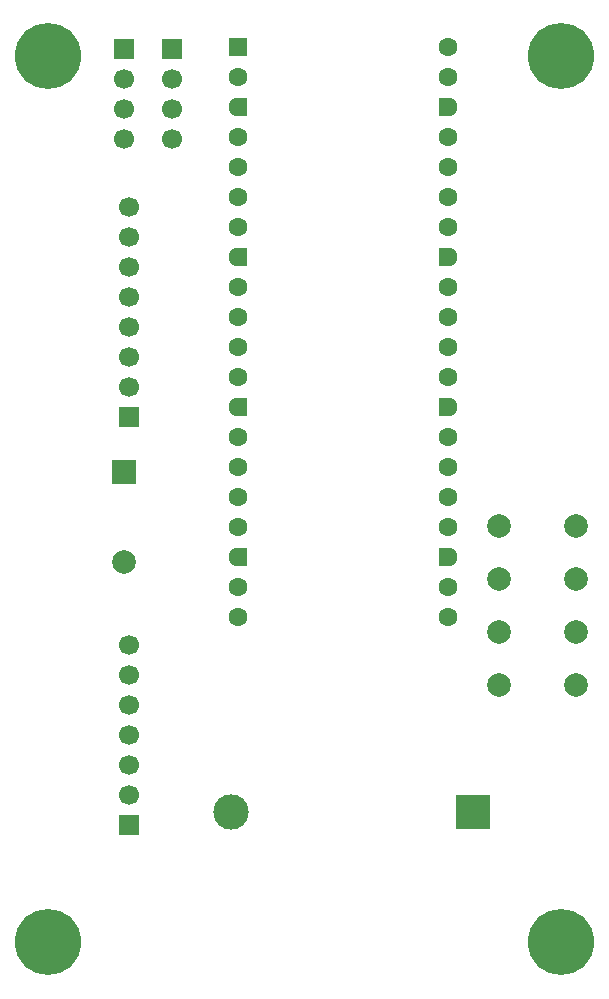
<source format=gbr>
%TF.GenerationSoftware,KiCad,Pcbnew,9.0.1*%
%TF.CreationDate,2025-06-21T17:44:42+02:00*%
%TF.ProjectId,PicoLogger_Small,5069636f-4c6f-4676-9765-725f536d616c,rev?*%
%TF.SameCoordinates,Original*%
%TF.FileFunction,Soldermask,Bot*%
%TF.FilePolarity,Negative*%
%FSLAX46Y46*%
G04 Gerber Fmt 4.6, Leading zero omitted, Abs format (unit mm)*
G04 Created by KiCad (PCBNEW 9.0.1) date 2025-06-21 17:44:42*
%MOMM*%
%LPD*%
G01*
G04 APERTURE LIST*
G04 Aperture macros list*
%AMRoundRect*
0 Rectangle with rounded corners*
0 $1 Rounding radius*
0 $2 $3 $4 $5 $6 $7 $8 $9 X,Y pos of 4 corners*
0 Add a 4 corners polygon primitive as box body*
4,1,4,$2,$3,$4,$5,$6,$7,$8,$9,$2,$3,0*
0 Add four circle primitives for the rounded corners*
1,1,$1+$1,$2,$3*
1,1,$1+$1,$4,$5*
1,1,$1+$1,$6,$7*
1,1,$1+$1,$8,$9*
0 Add four rect primitives between the rounded corners*
20,1,$1+$1,$2,$3,$4,$5,0*
20,1,$1+$1,$4,$5,$6,$7,0*
20,1,$1+$1,$6,$7,$8,$9,0*
20,1,$1+$1,$8,$9,$2,$3,0*%
%AMFreePoly0*
4,1,37,0.603843,0.796157,0.639018,0.796157,0.711114,0.766294,0.766294,0.711114,0.796157,0.639018,0.796157,0.603843,0.800000,0.600000,0.800000,-0.600000,0.796157,-0.603843,0.796157,-0.639018,0.766294,-0.711114,0.711114,-0.766294,0.639018,-0.796157,0.603843,-0.796157,0.600000,-0.800000,0.000000,-0.800000,0.000000,-0.796148,-0.078414,-0.796148,-0.232228,-0.765552,-0.377117,-0.705537,
-0.507515,-0.618408,-0.618408,-0.507515,-0.705537,-0.377117,-0.765552,-0.232228,-0.796148,-0.078414,-0.796148,0.078414,-0.765552,0.232228,-0.705537,0.377117,-0.618408,0.507515,-0.507515,0.618408,-0.377117,0.705537,-0.232228,0.765552,-0.078414,0.796148,0.000000,0.796148,0.000000,0.800000,0.600000,0.800000,0.603843,0.796157,0.603843,0.796157,$1*%
%AMFreePoly1*
4,1,37,0.000000,0.796148,0.078414,0.796148,0.232228,0.765552,0.377117,0.705537,0.507515,0.618408,0.618408,0.507515,0.705537,0.377117,0.765552,0.232228,0.796148,0.078414,0.796148,-0.078414,0.765552,-0.232228,0.705537,-0.377117,0.618408,-0.507515,0.507515,-0.618408,0.377117,-0.705537,0.232228,-0.765552,0.078414,-0.796148,0.000000,-0.796148,0.000000,-0.800000,-0.600000,-0.800000,
-0.603843,-0.796157,-0.639018,-0.796157,-0.711114,-0.766294,-0.766294,-0.711114,-0.796157,-0.639018,-0.796157,-0.603843,-0.800000,-0.600000,-0.800000,0.600000,-0.796157,0.603843,-0.796157,0.639018,-0.766294,0.711114,-0.711114,0.766294,-0.639018,0.796157,-0.603843,0.796157,-0.600000,0.800000,0.000000,0.800000,0.000000,0.796148,0.000000,0.796148,$1*%
G04 Aperture macros list end*
%ADD10R,1.700000X1.700000*%
%ADD11C,1.700000*%
%ADD12C,2.000000*%
%ADD13R,2.000000X2.000000*%
%ADD14C,5.600000*%
%ADD15RoundRect,0.200000X-0.600000X-0.600000X0.600000X-0.600000X0.600000X0.600000X-0.600000X0.600000X0*%
%ADD16C,1.600000*%
%ADD17FreePoly0,0.000000*%
%ADD18FreePoly1,0.000000*%
%ADD19R,3.000000X3.000000*%
%ADD20C,3.000000*%
G04 APERTURE END LIST*
D10*
%TO.C,J4*%
X145385000Y-104080000D03*
D11*
X145385000Y-101540000D03*
X145385000Y-99000000D03*
X145385000Y-96460000D03*
X145385000Y-93920000D03*
X145385000Y-91380000D03*
X145385000Y-88840000D03*
%TD*%
D12*
%TO.C,SW1*%
X176750000Y-78750000D03*
X183250000Y-78750000D03*
X176750000Y-83250000D03*
X183250000Y-83250000D03*
%TD*%
D13*
%TO.C,BZ1*%
X145000000Y-74200000D03*
D12*
X145000000Y-81800000D03*
%TD*%
%TO.C,SW2*%
X176750000Y-87750000D03*
X183250000Y-87750000D03*
X176750000Y-92250000D03*
X183250000Y-92250000D03*
%TD*%
D14*
%TO.C,H4*%
X182000000Y-114000000D03*
%TD*%
%TO.C,H1*%
X182000000Y-39000000D03*
%TD*%
D10*
%TO.C,J1*%
X149000000Y-38420000D03*
D11*
X149000000Y-40960000D03*
X149000000Y-43500000D03*
X149000000Y-46040000D03*
%TD*%
D10*
%TO.C,J2*%
X145000000Y-38420000D03*
D11*
X145000000Y-40960000D03*
X145000000Y-43500000D03*
X145000000Y-46040000D03*
%TD*%
D14*
%TO.C,H3*%
X138500000Y-114000000D03*
%TD*%
%TO.C,H2*%
X138500000Y-39000000D03*
%TD*%
D15*
%TO.C,A1*%
X154610000Y-38245000D03*
D16*
X154610000Y-40785000D03*
D17*
X154610000Y-43325000D03*
D16*
X154610000Y-45865000D03*
X154610000Y-48405000D03*
X154610000Y-50945000D03*
X154610000Y-53485000D03*
D17*
X154610000Y-56025000D03*
D16*
X154610000Y-58565000D03*
X154610000Y-61105000D03*
X154610000Y-63645000D03*
X154610000Y-66185000D03*
D17*
X154610000Y-68725000D03*
D16*
X154610000Y-71265000D03*
X154610000Y-73805000D03*
X154610000Y-76345000D03*
X154610000Y-78885000D03*
D17*
X154610000Y-81425000D03*
D16*
X154610000Y-83965000D03*
X154610000Y-86505000D03*
X172390000Y-86505000D03*
X172390000Y-83965000D03*
D18*
X172390000Y-81425000D03*
D16*
X172390000Y-78885000D03*
X172390000Y-76345000D03*
X172390000Y-73805000D03*
X172390000Y-71265000D03*
D18*
X172390000Y-68725000D03*
D16*
X172390000Y-66185000D03*
X172390000Y-63645000D03*
X172390000Y-61105000D03*
X172390000Y-58565000D03*
D18*
X172390000Y-56025000D03*
D16*
X172390000Y-53485000D03*
X172390000Y-50945000D03*
X172390000Y-48405000D03*
X172390000Y-45865000D03*
D18*
X172390000Y-43325000D03*
D16*
X172390000Y-40785000D03*
X172390000Y-38245000D03*
%TD*%
D10*
%TO.C,J3*%
X145385000Y-69500000D03*
D11*
X145385000Y-66960000D03*
X145385000Y-64420000D03*
X145385000Y-61880000D03*
X145385000Y-59340000D03*
X145385000Y-56800000D03*
X145385000Y-54260000D03*
X145385000Y-51720000D03*
%TD*%
D19*
%TO.C,BT1*%
X174490000Y-103000000D03*
D20*
X154000000Y-103000000D03*
%TD*%
M02*

</source>
